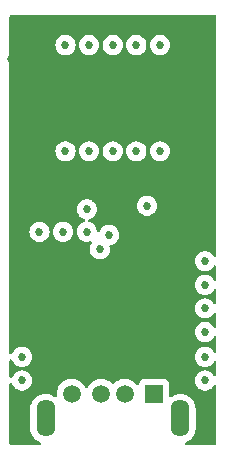
<source format=gbr>
%TF.GenerationSoftware,KiCad,Pcbnew,(6.0.7)*%
%TF.CreationDate,2023-02-07T19:22:30-08:00*%
%TF.ProjectId,ESP_Module,4553505f-4d6f-4647-956c-652e6b696361,rev?*%
%TF.SameCoordinates,Original*%
%TF.FileFunction,Copper,L3,Inr*%
%TF.FilePolarity,Positive*%
%FSLAX46Y46*%
G04 Gerber Fmt 4.6, Leading zero omitted, Abs format (unit mm)*
G04 Created by KiCad (PCBNEW (6.0.7)) date 2023-02-07 19:22:30*
%MOMM*%
%LPD*%
G01*
G04 APERTURE LIST*
%TA.AperFunction,ComponentPad*%
%ADD10R,1.508000X1.508000*%
%TD*%
%TA.AperFunction,ComponentPad*%
%ADD11C,1.508000*%
%TD*%
%TA.AperFunction,ComponentPad*%
%ADD12O,1.575000X3.150000*%
%TD*%
%TA.AperFunction,ViaPad*%
%ADD13C,0.685800*%
%TD*%
G04 APERTURE END LIST*
D10*
%TO.N,+5V*%
%TO.C,J1*%
X160218000Y-100516000D03*
D11*
%TO.N,USB_D-*%
X157718000Y-100516000D03*
%TO.N,USB_D+*%
X155718000Y-100516000D03*
%TO.N,GND*%
X153218000Y-100516000D03*
D12*
X162418000Y-102616000D03*
X151018000Y-102616000D03*
%TD*%
D13*
%TO.N,+3V3*%
X148100000Y-72200000D03*
X161300000Y-91800000D03*
X160000000Y-93100000D03*
X161300000Y-93100000D03*
X153200000Y-97000000D03*
X158600000Y-91800000D03*
X161400000Y-84900000D03*
X160000000Y-91800000D03*
X152600000Y-84900000D03*
X158600000Y-93100000D03*
%TO.N,GND*%
X164500000Y-97400000D03*
X156700000Y-80000000D03*
X154500000Y-86800000D03*
X159600000Y-84600000D03*
X152500000Y-86800000D03*
X149000000Y-97400000D03*
X149000000Y-99400000D03*
X160700000Y-80000000D03*
X154500000Y-84900000D03*
X156700000Y-71000000D03*
X158700000Y-80000000D03*
X164500000Y-99400000D03*
X160700000Y-71000000D03*
X164500000Y-91300000D03*
X152700000Y-80000000D03*
X152700000Y-71000000D03*
X158700000Y-71000000D03*
X154700000Y-80000000D03*
X164500000Y-89300000D03*
X164500000Y-93300000D03*
X164500000Y-95300000D03*
X150500000Y-86800000D03*
X154700000Y-71000000D03*
%TO.N,USB_D+*%
X155600000Y-88300000D03*
%TO.N,USB_D-*%
X156376702Y-87076702D03*
%TD*%
%TA.AperFunction,Conductor*%
%TO.N,+3V3*%
G36*
X165423121Y-68478502D02*
G01*
X165469614Y-68532158D01*
X165481000Y-68584500D01*
X165481000Y-88826104D01*
X165460998Y-88894225D01*
X165407342Y-88940718D01*
X165337068Y-88950822D01*
X165272488Y-88921328D01*
X165245881Y-88889104D01*
X165199116Y-88808105D01*
X165192591Y-88796803D01*
X165072836Y-88663801D01*
X165059245Y-88653926D01*
X164933387Y-88562485D01*
X164933386Y-88562484D01*
X164928045Y-88558604D01*
X164922017Y-88555920D01*
X164922015Y-88555919D01*
X164770577Y-88488495D01*
X164770576Y-88488495D01*
X164764546Y-88485810D01*
X164677016Y-88467205D01*
X164595943Y-88449972D01*
X164595939Y-88449972D01*
X164589486Y-88448600D01*
X164410514Y-88448600D01*
X164404061Y-88449972D01*
X164404057Y-88449972D01*
X164322984Y-88467205D01*
X164235454Y-88485810D01*
X164229424Y-88488495D01*
X164229423Y-88488495D01*
X164077985Y-88555919D01*
X164077983Y-88555920D01*
X164071955Y-88558604D01*
X164066614Y-88562484D01*
X164066613Y-88562485D01*
X163940756Y-88653926D01*
X163927164Y-88663801D01*
X163807409Y-88796803D01*
X163800884Y-88808105D01*
X163726929Y-88936199D01*
X163717923Y-88951797D01*
X163715881Y-88958082D01*
X163665159Y-89114190D01*
X163662618Y-89122009D01*
X163643910Y-89300000D01*
X163662618Y-89477991D01*
X163717923Y-89648203D01*
X163807409Y-89803197D01*
X163927164Y-89936199D01*
X164071955Y-90041396D01*
X164077983Y-90044080D01*
X164077985Y-90044081D01*
X164229423Y-90111505D01*
X164235454Y-90114190D01*
X164322984Y-90132795D01*
X164404057Y-90150028D01*
X164404061Y-90150028D01*
X164410514Y-90151400D01*
X164589486Y-90151400D01*
X164595939Y-90150028D01*
X164595943Y-90150028D01*
X164677016Y-90132795D01*
X164764546Y-90114190D01*
X164770577Y-90111505D01*
X164922015Y-90044081D01*
X164922017Y-90044080D01*
X164928045Y-90041396D01*
X165072836Y-89936199D01*
X165192591Y-89803197D01*
X165245881Y-89710896D01*
X165297263Y-89661903D01*
X165366977Y-89648467D01*
X165432888Y-89674853D01*
X165474070Y-89732685D01*
X165481000Y-89773896D01*
X165481000Y-90826104D01*
X165460998Y-90894225D01*
X165407342Y-90940718D01*
X165337068Y-90950822D01*
X165272488Y-90921328D01*
X165245881Y-90889104D01*
X165195892Y-90802521D01*
X165192591Y-90796803D01*
X165072836Y-90663801D01*
X164928045Y-90558604D01*
X164922017Y-90555920D01*
X164922015Y-90555919D01*
X164770577Y-90488495D01*
X164770576Y-90488495D01*
X164764546Y-90485810D01*
X164677016Y-90467205D01*
X164595943Y-90449972D01*
X164595939Y-90449972D01*
X164589486Y-90448600D01*
X164410514Y-90448600D01*
X164404061Y-90449972D01*
X164404057Y-90449972D01*
X164322984Y-90467205D01*
X164235454Y-90485810D01*
X164229424Y-90488495D01*
X164229423Y-90488495D01*
X164077985Y-90555919D01*
X164077983Y-90555920D01*
X164071955Y-90558604D01*
X163927164Y-90663801D01*
X163807409Y-90796803D01*
X163717923Y-90951797D01*
X163662618Y-91122009D01*
X163643910Y-91300000D01*
X163662618Y-91477991D01*
X163717923Y-91648203D01*
X163807409Y-91803197D01*
X163927164Y-91936199D01*
X164071955Y-92041396D01*
X164077983Y-92044080D01*
X164077985Y-92044081D01*
X164229423Y-92111505D01*
X164235454Y-92114190D01*
X164322984Y-92132795D01*
X164404057Y-92150028D01*
X164404061Y-92150028D01*
X164410514Y-92151400D01*
X164589486Y-92151400D01*
X164595939Y-92150028D01*
X164595943Y-92150028D01*
X164677016Y-92132795D01*
X164764546Y-92114190D01*
X164770577Y-92111505D01*
X164922015Y-92044081D01*
X164922017Y-92044080D01*
X164928045Y-92041396D01*
X165072836Y-91936199D01*
X165192591Y-91803197D01*
X165245881Y-91710896D01*
X165297263Y-91661903D01*
X165366977Y-91648467D01*
X165432888Y-91674853D01*
X165474070Y-91732685D01*
X165481000Y-91773896D01*
X165481000Y-92826104D01*
X165460998Y-92894225D01*
X165407342Y-92940718D01*
X165337068Y-92950822D01*
X165272488Y-92921328D01*
X165245881Y-92889104D01*
X165195892Y-92802521D01*
X165192591Y-92796803D01*
X165072836Y-92663801D01*
X164928045Y-92558604D01*
X164922017Y-92555920D01*
X164922015Y-92555919D01*
X164770577Y-92488495D01*
X164770576Y-92488495D01*
X164764546Y-92485810D01*
X164677016Y-92467205D01*
X164595943Y-92449972D01*
X164595939Y-92449972D01*
X164589486Y-92448600D01*
X164410514Y-92448600D01*
X164404061Y-92449972D01*
X164404057Y-92449972D01*
X164322984Y-92467205D01*
X164235454Y-92485810D01*
X164229424Y-92488495D01*
X164229423Y-92488495D01*
X164077985Y-92555919D01*
X164077983Y-92555920D01*
X164071955Y-92558604D01*
X163927164Y-92663801D01*
X163807409Y-92796803D01*
X163717923Y-92951797D01*
X163662618Y-93122009D01*
X163643910Y-93300000D01*
X163662618Y-93477991D01*
X163717923Y-93648203D01*
X163807409Y-93803197D01*
X163927164Y-93936199D01*
X164071955Y-94041396D01*
X164077983Y-94044080D01*
X164077985Y-94044081D01*
X164229423Y-94111505D01*
X164235454Y-94114190D01*
X164322984Y-94132795D01*
X164404057Y-94150028D01*
X164404061Y-94150028D01*
X164410514Y-94151400D01*
X164589486Y-94151400D01*
X164595939Y-94150028D01*
X164595943Y-94150028D01*
X164677016Y-94132795D01*
X164764546Y-94114190D01*
X164770577Y-94111505D01*
X164922015Y-94044081D01*
X164922017Y-94044080D01*
X164928045Y-94041396D01*
X165072836Y-93936199D01*
X165192591Y-93803197D01*
X165245881Y-93710896D01*
X165297263Y-93661903D01*
X165366977Y-93648467D01*
X165432888Y-93674853D01*
X165474070Y-93732685D01*
X165481000Y-93773896D01*
X165481000Y-94826104D01*
X165460998Y-94894225D01*
X165407342Y-94940718D01*
X165337068Y-94950822D01*
X165272488Y-94921328D01*
X165245881Y-94889104D01*
X165195892Y-94802521D01*
X165192591Y-94796803D01*
X165072836Y-94663801D01*
X164928045Y-94558604D01*
X164922017Y-94555920D01*
X164922015Y-94555919D01*
X164770577Y-94488495D01*
X164770576Y-94488495D01*
X164764546Y-94485810D01*
X164677016Y-94467205D01*
X164595943Y-94449972D01*
X164595939Y-94449972D01*
X164589486Y-94448600D01*
X164410514Y-94448600D01*
X164404061Y-94449972D01*
X164404057Y-94449972D01*
X164322984Y-94467205D01*
X164235454Y-94485810D01*
X164229424Y-94488495D01*
X164229423Y-94488495D01*
X164077985Y-94555919D01*
X164077983Y-94555920D01*
X164071955Y-94558604D01*
X163927164Y-94663801D01*
X163807409Y-94796803D01*
X163717923Y-94951797D01*
X163662618Y-95122009D01*
X163643910Y-95300000D01*
X163662618Y-95477991D01*
X163717923Y-95648203D01*
X163807409Y-95803197D01*
X163927164Y-95936199D01*
X164071955Y-96041396D01*
X164077983Y-96044080D01*
X164077985Y-96044081D01*
X164229423Y-96111505D01*
X164235454Y-96114190D01*
X164322984Y-96132795D01*
X164404057Y-96150028D01*
X164404061Y-96150028D01*
X164410514Y-96151400D01*
X164589486Y-96151400D01*
X164595939Y-96150028D01*
X164595943Y-96150028D01*
X164677016Y-96132795D01*
X164764546Y-96114190D01*
X164770577Y-96111505D01*
X164922015Y-96044081D01*
X164922017Y-96044080D01*
X164928045Y-96041396D01*
X165072836Y-95936199D01*
X165192591Y-95803197D01*
X165245881Y-95710896D01*
X165297263Y-95661903D01*
X165366977Y-95648467D01*
X165432888Y-95674853D01*
X165474070Y-95732685D01*
X165481000Y-95773896D01*
X165481000Y-96926104D01*
X165460998Y-96994225D01*
X165407342Y-97040718D01*
X165337068Y-97050822D01*
X165272488Y-97021328D01*
X165245881Y-96989104D01*
X165195892Y-96902521D01*
X165192591Y-96896803D01*
X165072836Y-96763801D01*
X164928045Y-96658604D01*
X164922017Y-96655920D01*
X164922015Y-96655919D01*
X164770577Y-96588495D01*
X164770576Y-96588495D01*
X164764546Y-96585810D01*
X164677016Y-96567205D01*
X164595943Y-96549972D01*
X164595939Y-96549972D01*
X164589486Y-96548600D01*
X164410514Y-96548600D01*
X164404061Y-96549972D01*
X164404057Y-96549972D01*
X164322984Y-96567205D01*
X164235454Y-96585810D01*
X164229424Y-96588495D01*
X164229423Y-96588495D01*
X164077985Y-96655919D01*
X164077983Y-96655920D01*
X164071955Y-96658604D01*
X163927164Y-96763801D01*
X163807409Y-96896803D01*
X163717923Y-97051797D01*
X163662618Y-97222009D01*
X163643910Y-97400000D01*
X163662618Y-97577991D01*
X163717923Y-97748203D01*
X163807409Y-97903197D01*
X163927164Y-98036199D01*
X164071955Y-98141396D01*
X164077983Y-98144080D01*
X164077985Y-98144081D01*
X164229423Y-98211505D01*
X164235454Y-98214190D01*
X164322984Y-98232795D01*
X164404057Y-98250028D01*
X164404061Y-98250028D01*
X164410514Y-98251400D01*
X164589486Y-98251400D01*
X164595939Y-98250028D01*
X164595943Y-98250028D01*
X164677016Y-98232795D01*
X164764546Y-98214190D01*
X164770577Y-98211505D01*
X164922015Y-98144081D01*
X164922017Y-98144080D01*
X164928045Y-98141396D01*
X165072836Y-98036199D01*
X165192591Y-97903197D01*
X165245881Y-97810896D01*
X165297263Y-97761903D01*
X165366977Y-97748467D01*
X165432888Y-97774853D01*
X165474070Y-97832685D01*
X165481000Y-97873896D01*
X165481000Y-98926104D01*
X165460998Y-98994225D01*
X165407342Y-99040718D01*
X165337068Y-99050822D01*
X165272488Y-99021328D01*
X165245881Y-98989104D01*
X165195892Y-98902521D01*
X165192591Y-98896803D01*
X165072836Y-98763801D01*
X164928045Y-98658604D01*
X164922017Y-98655920D01*
X164922015Y-98655919D01*
X164770577Y-98588495D01*
X164770576Y-98588495D01*
X164764546Y-98585810D01*
X164677016Y-98567205D01*
X164595943Y-98549972D01*
X164595939Y-98549972D01*
X164589486Y-98548600D01*
X164410514Y-98548600D01*
X164404061Y-98549972D01*
X164404057Y-98549972D01*
X164322984Y-98567205D01*
X164235454Y-98585810D01*
X164229424Y-98588495D01*
X164229423Y-98588495D01*
X164077985Y-98655919D01*
X164077983Y-98655920D01*
X164071955Y-98658604D01*
X163927164Y-98763801D01*
X163807409Y-98896803D01*
X163717923Y-99051797D01*
X163662618Y-99222009D01*
X163661928Y-99228572D01*
X163661928Y-99228573D01*
X163657842Y-99267451D01*
X163643910Y-99400000D01*
X163644600Y-99406565D01*
X163646183Y-99421621D01*
X163662618Y-99577991D01*
X163717923Y-99748203D01*
X163721226Y-99753925D01*
X163721227Y-99753926D01*
X163733309Y-99774853D01*
X163807409Y-99903197D01*
X163811827Y-99908104D01*
X163811828Y-99908105D01*
X163910504Y-100017696D01*
X163927164Y-100036199D01*
X163932506Y-100040080D01*
X163932508Y-100040082D01*
X163998269Y-100087860D01*
X164071955Y-100141396D01*
X164077983Y-100144080D01*
X164077985Y-100144081D01*
X164229423Y-100211505D01*
X164235454Y-100214190D01*
X164322984Y-100232795D01*
X164404057Y-100250028D01*
X164404061Y-100250028D01*
X164410514Y-100251400D01*
X164589486Y-100251400D01*
X164595939Y-100250028D01*
X164595943Y-100250028D01*
X164677016Y-100232795D01*
X164764546Y-100214190D01*
X164770577Y-100211505D01*
X164922015Y-100144081D01*
X164922017Y-100144080D01*
X164928045Y-100141396D01*
X165001731Y-100087860D01*
X165067492Y-100040082D01*
X165067494Y-100040080D01*
X165072836Y-100036199D01*
X165089496Y-100017696D01*
X165188172Y-99908105D01*
X165188173Y-99908104D01*
X165192591Y-99903197D01*
X165245881Y-99810896D01*
X165297263Y-99761903D01*
X165366977Y-99748467D01*
X165432888Y-99774853D01*
X165474070Y-99832685D01*
X165481000Y-99873896D01*
X165481000Y-104735500D01*
X165460998Y-104803621D01*
X165407342Y-104850114D01*
X165355000Y-104861500D01*
X162926257Y-104861500D01*
X162858136Y-104841498D01*
X162811643Y-104787842D01*
X162801539Y-104717568D01*
X162831033Y-104652988D01*
X162873007Y-104621305D01*
X163063488Y-104532483D01*
X163063495Y-104532479D01*
X163068475Y-104530157D01*
X163172380Y-104457402D01*
X163249724Y-104403245D01*
X163249727Y-104403243D01*
X163254235Y-104400086D01*
X163414586Y-104239735D01*
X163544657Y-104053975D01*
X163546980Y-104048993D01*
X163546983Y-104048988D01*
X163638169Y-103853436D01*
X163640494Y-103848451D01*
X163699187Y-103629408D01*
X163709385Y-103512841D01*
X163713762Y-103462816D01*
X163713762Y-103462807D01*
X163714000Y-103460091D01*
X163714000Y-101771909D01*
X163713315Y-101764070D01*
X163699666Y-101608069D01*
X163699187Y-101602592D01*
X163640494Y-101383549D01*
X163595648Y-101287376D01*
X163546983Y-101183012D01*
X163546980Y-101183007D01*
X163544657Y-101178025D01*
X163414586Y-100992265D01*
X163254235Y-100831914D01*
X163197337Y-100792073D01*
X163072980Y-100704996D01*
X163072974Y-100704992D01*
X163068476Y-100701843D01*
X162862951Y-100606006D01*
X162857647Y-100604585D01*
X162857642Y-100604583D01*
X162708260Y-100564556D01*
X162643908Y-100547313D01*
X162418000Y-100527549D01*
X162192092Y-100547313D01*
X161973049Y-100606006D01*
X161876876Y-100650852D01*
X161772512Y-100699517D01*
X161772509Y-100699519D01*
X161767525Y-100701843D01*
X161763017Y-100704999D01*
X161763011Y-100705003D01*
X161678770Y-100763989D01*
X161611496Y-100786677D01*
X161542636Y-100769392D01*
X161494052Y-100717622D01*
X161480500Y-100660776D01*
X161480500Y-99713866D01*
X161473745Y-99651684D01*
X161422615Y-99515295D01*
X161335261Y-99398739D01*
X161218705Y-99311385D01*
X161082316Y-99260255D01*
X161020134Y-99253500D01*
X159415866Y-99253500D01*
X159353684Y-99260255D01*
X159217295Y-99311385D01*
X159100739Y-99398739D01*
X159013385Y-99515295D01*
X158962255Y-99651684D01*
X158957484Y-99695605D01*
X158957061Y-99699499D01*
X158929820Y-99765061D01*
X158871457Y-99805488D01*
X158800503Y-99807944D01*
X158739485Y-99771649D01*
X158728585Y-99758162D01*
X158699961Y-99717283D01*
X158688826Y-99701380D01*
X158532620Y-99545174D01*
X158528112Y-99542017D01*
X158528109Y-99542015D01*
X158356171Y-99421623D01*
X158356168Y-99421621D01*
X158351662Y-99418466D01*
X158346680Y-99416143D01*
X158346675Y-99416140D01*
X158156432Y-99327429D01*
X158156431Y-99327429D01*
X158151450Y-99325106D01*
X158146142Y-99323684D01*
X158146140Y-99323683D01*
X158080748Y-99306161D01*
X157938068Y-99267930D01*
X157718000Y-99248677D01*
X157497932Y-99267930D01*
X157355252Y-99306161D01*
X157289860Y-99323683D01*
X157289858Y-99323684D01*
X157284550Y-99325106D01*
X157279569Y-99327428D01*
X157279568Y-99327429D01*
X157089320Y-99416143D01*
X157089317Y-99416145D01*
X157084339Y-99418466D01*
X156903380Y-99545174D01*
X156807095Y-99641459D01*
X156744783Y-99675485D01*
X156673968Y-99670420D01*
X156628905Y-99641459D01*
X156532620Y-99545174D01*
X156528112Y-99542017D01*
X156528109Y-99542015D01*
X156356171Y-99421623D01*
X156356168Y-99421621D01*
X156351662Y-99418466D01*
X156346680Y-99416143D01*
X156346675Y-99416140D01*
X156156432Y-99327429D01*
X156156431Y-99327429D01*
X156151450Y-99325106D01*
X156146142Y-99323684D01*
X156146140Y-99323683D01*
X156080748Y-99306161D01*
X155938068Y-99267930D01*
X155718000Y-99248677D01*
X155497932Y-99267930D01*
X155355252Y-99306161D01*
X155289860Y-99323683D01*
X155289858Y-99323684D01*
X155284550Y-99325106D01*
X155279569Y-99327428D01*
X155279568Y-99327429D01*
X155089320Y-99416143D01*
X155089317Y-99416145D01*
X155084339Y-99418466D01*
X154903380Y-99545174D01*
X154747174Y-99701380D01*
X154620466Y-99882339D01*
X154618145Y-99887317D01*
X154618143Y-99887320D01*
X154582195Y-99964411D01*
X154535277Y-100017696D01*
X154467000Y-100037157D01*
X154399040Y-100016615D01*
X154353805Y-99964411D01*
X154317857Y-99887320D01*
X154317855Y-99887317D01*
X154315534Y-99882339D01*
X154188826Y-99701380D01*
X154032620Y-99545174D01*
X154028112Y-99542017D01*
X154028109Y-99542015D01*
X153856171Y-99421623D01*
X153856168Y-99421621D01*
X153851662Y-99418466D01*
X153846680Y-99416143D01*
X153846675Y-99416140D01*
X153656432Y-99327429D01*
X153656431Y-99327429D01*
X153651450Y-99325106D01*
X153646142Y-99323684D01*
X153646140Y-99323683D01*
X153580748Y-99306161D01*
X153438068Y-99267930D01*
X153218000Y-99248677D01*
X152997932Y-99267930D01*
X152855252Y-99306161D01*
X152789860Y-99323683D01*
X152789858Y-99323684D01*
X152784550Y-99325106D01*
X152779569Y-99327428D01*
X152779568Y-99327429D01*
X152589320Y-99416143D01*
X152589317Y-99416145D01*
X152584339Y-99418466D01*
X152403380Y-99545174D01*
X152247174Y-99701380D01*
X152120466Y-99882339D01*
X152118145Y-99887317D01*
X152118143Y-99887320D01*
X152108451Y-99908105D01*
X152027106Y-100082550D01*
X151969930Y-100295932D01*
X151950677Y-100516000D01*
X151958552Y-100606006D01*
X151962863Y-100655285D01*
X151948874Y-100724890D01*
X151899474Y-100775883D01*
X151830348Y-100792073D01*
X151765071Y-100769480D01*
X151672980Y-100704996D01*
X151672974Y-100704992D01*
X151668476Y-100701843D01*
X151462951Y-100606006D01*
X151457647Y-100604585D01*
X151457642Y-100604583D01*
X151308260Y-100564556D01*
X151243908Y-100547313D01*
X151018000Y-100527549D01*
X150792092Y-100547313D01*
X150573049Y-100606006D01*
X150476876Y-100650852D01*
X150372512Y-100699517D01*
X150372509Y-100699519D01*
X150367525Y-100701843D01*
X150334611Y-100724890D01*
X150186276Y-100828755D01*
X150186273Y-100828757D01*
X150181765Y-100831914D01*
X150021414Y-100992265D01*
X149891343Y-101178025D01*
X149889020Y-101183007D01*
X149889017Y-101183012D01*
X149840352Y-101287376D01*
X149795506Y-101383549D01*
X149736813Y-101602592D01*
X149736334Y-101608069D01*
X149722686Y-101764070D01*
X149722000Y-101771909D01*
X149722000Y-103460091D01*
X149722238Y-103462807D01*
X149722238Y-103462816D01*
X149726615Y-103512841D01*
X149736813Y-103629408D01*
X149795506Y-103848451D01*
X149797831Y-103853436D01*
X149889017Y-104048988D01*
X149889020Y-104048993D01*
X149891343Y-104053975D01*
X150021414Y-104239735D01*
X150181765Y-104400086D01*
X150186274Y-104403243D01*
X150186276Y-104403245D01*
X150363020Y-104527004D01*
X150363026Y-104527008D01*
X150367524Y-104530157D01*
X150562995Y-104621306D01*
X150616279Y-104668222D01*
X150635740Y-104736499D01*
X150615198Y-104804459D01*
X150561176Y-104850525D01*
X150509744Y-104861500D01*
X148081000Y-104861500D01*
X148012879Y-104841498D01*
X147966386Y-104787842D01*
X147955000Y-104735500D01*
X147955000Y-99734541D01*
X147975002Y-99666420D01*
X148028658Y-99619927D01*
X148098932Y-99609823D01*
X148163512Y-99639317D01*
X148200833Y-99695605D01*
X148217923Y-99748203D01*
X148221226Y-99753925D01*
X148221227Y-99753926D01*
X148233309Y-99774853D01*
X148307409Y-99903197D01*
X148311827Y-99908104D01*
X148311828Y-99908105D01*
X148410504Y-100017696D01*
X148427164Y-100036199D01*
X148432506Y-100040080D01*
X148432508Y-100040082D01*
X148498269Y-100087860D01*
X148571955Y-100141396D01*
X148577983Y-100144080D01*
X148577985Y-100144081D01*
X148729423Y-100211505D01*
X148735454Y-100214190D01*
X148822984Y-100232795D01*
X148904057Y-100250028D01*
X148904061Y-100250028D01*
X148910514Y-100251400D01*
X149089486Y-100251400D01*
X149095939Y-100250028D01*
X149095943Y-100250028D01*
X149177016Y-100232795D01*
X149264546Y-100214190D01*
X149270577Y-100211505D01*
X149422015Y-100144081D01*
X149422017Y-100144080D01*
X149428045Y-100141396D01*
X149501731Y-100087860D01*
X149567492Y-100040082D01*
X149567494Y-100040080D01*
X149572836Y-100036199D01*
X149589496Y-100017696D01*
X149688172Y-99908105D01*
X149688173Y-99908104D01*
X149692591Y-99903197D01*
X149766691Y-99774853D01*
X149778773Y-99753926D01*
X149778774Y-99753925D01*
X149782077Y-99748203D01*
X149837382Y-99577991D01*
X149853818Y-99421621D01*
X149855400Y-99406565D01*
X149856090Y-99400000D01*
X149842158Y-99267451D01*
X149838072Y-99228573D01*
X149838072Y-99228572D01*
X149837382Y-99222009D01*
X149782077Y-99051797D01*
X149692591Y-98896803D01*
X149572836Y-98763801D01*
X149428045Y-98658604D01*
X149422017Y-98655920D01*
X149422015Y-98655919D01*
X149270577Y-98588495D01*
X149270576Y-98588495D01*
X149264546Y-98585810D01*
X149177016Y-98567205D01*
X149095943Y-98549972D01*
X149095939Y-98549972D01*
X149089486Y-98548600D01*
X148910514Y-98548600D01*
X148904061Y-98549972D01*
X148904057Y-98549972D01*
X148822984Y-98567205D01*
X148735454Y-98585810D01*
X148729424Y-98588495D01*
X148729423Y-98588495D01*
X148577985Y-98655919D01*
X148577983Y-98655920D01*
X148571955Y-98658604D01*
X148427164Y-98763801D01*
X148307409Y-98896803D01*
X148217923Y-99051797D01*
X148215881Y-99058082D01*
X148200833Y-99104395D01*
X148160760Y-99163001D01*
X148095363Y-99190638D01*
X148025406Y-99178531D01*
X147973100Y-99130525D01*
X147955000Y-99065459D01*
X147955000Y-97734541D01*
X147975002Y-97666420D01*
X148028658Y-97619927D01*
X148098932Y-97609823D01*
X148163512Y-97639317D01*
X148200833Y-97695605D01*
X148217923Y-97748203D01*
X148307409Y-97903197D01*
X148427164Y-98036199D01*
X148571955Y-98141396D01*
X148577983Y-98144080D01*
X148577985Y-98144081D01*
X148729423Y-98211505D01*
X148735454Y-98214190D01*
X148822984Y-98232795D01*
X148904057Y-98250028D01*
X148904061Y-98250028D01*
X148910514Y-98251400D01*
X149089486Y-98251400D01*
X149095939Y-98250028D01*
X149095943Y-98250028D01*
X149177016Y-98232795D01*
X149264546Y-98214190D01*
X149270577Y-98211505D01*
X149422015Y-98144081D01*
X149422017Y-98144080D01*
X149428045Y-98141396D01*
X149572836Y-98036199D01*
X149692591Y-97903197D01*
X149782077Y-97748203D01*
X149837382Y-97577991D01*
X149856090Y-97400000D01*
X149837382Y-97222009D01*
X149782077Y-97051797D01*
X149692591Y-96896803D01*
X149572836Y-96763801D01*
X149428045Y-96658604D01*
X149422017Y-96655920D01*
X149422015Y-96655919D01*
X149270577Y-96588495D01*
X149270576Y-96588495D01*
X149264546Y-96585810D01*
X149177016Y-96567205D01*
X149095943Y-96549972D01*
X149095939Y-96549972D01*
X149089486Y-96548600D01*
X148910514Y-96548600D01*
X148904061Y-96549972D01*
X148904057Y-96549972D01*
X148822984Y-96567205D01*
X148735454Y-96585810D01*
X148729424Y-96588495D01*
X148729423Y-96588495D01*
X148577985Y-96655919D01*
X148577983Y-96655920D01*
X148571955Y-96658604D01*
X148427164Y-96763801D01*
X148307409Y-96896803D01*
X148217923Y-97051797D01*
X148215881Y-97058082D01*
X148200833Y-97104395D01*
X148160760Y-97163001D01*
X148095363Y-97190638D01*
X148025406Y-97178531D01*
X147973100Y-97130525D01*
X147955000Y-97065459D01*
X147955000Y-86800000D01*
X149643910Y-86800000D01*
X149662618Y-86977991D01*
X149717923Y-87148203D01*
X149807409Y-87303197D01*
X149811827Y-87308104D01*
X149811828Y-87308105D01*
X149911336Y-87418620D01*
X149927164Y-87436199D01*
X149932506Y-87440080D01*
X149932508Y-87440082D01*
X149996536Y-87486601D01*
X150071955Y-87541396D01*
X150077983Y-87544080D01*
X150077985Y-87544081D01*
X150169458Y-87584807D01*
X150235454Y-87614190D01*
X150322984Y-87632795D01*
X150404057Y-87650028D01*
X150404061Y-87650028D01*
X150410514Y-87651400D01*
X150589486Y-87651400D01*
X150595939Y-87650028D01*
X150595943Y-87650028D01*
X150677016Y-87632795D01*
X150764546Y-87614190D01*
X150830542Y-87584807D01*
X150922015Y-87544081D01*
X150922017Y-87544080D01*
X150928045Y-87541396D01*
X151003464Y-87486601D01*
X151067492Y-87440082D01*
X151067494Y-87440080D01*
X151072836Y-87436199D01*
X151088664Y-87418620D01*
X151188172Y-87308105D01*
X151188173Y-87308104D01*
X151192591Y-87303197D01*
X151282077Y-87148203D01*
X151337382Y-86977991D01*
X151356090Y-86800000D01*
X151643910Y-86800000D01*
X151662618Y-86977991D01*
X151717923Y-87148203D01*
X151807409Y-87303197D01*
X151811827Y-87308104D01*
X151811828Y-87308105D01*
X151911336Y-87418620D01*
X151927164Y-87436199D01*
X151932506Y-87440080D01*
X151932508Y-87440082D01*
X151996536Y-87486601D01*
X152071955Y-87541396D01*
X152077983Y-87544080D01*
X152077985Y-87544081D01*
X152169458Y-87584807D01*
X152235454Y-87614190D01*
X152322984Y-87632795D01*
X152404057Y-87650028D01*
X152404061Y-87650028D01*
X152410514Y-87651400D01*
X152589486Y-87651400D01*
X152595939Y-87650028D01*
X152595943Y-87650028D01*
X152677016Y-87632795D01*
X152764546Y-87614190D01*
X152830542Y-87584807D01*
X152922015Y-87544081D01*
X152922017Y-87544080D01*
X152928045Y-87541396D01*
X153003464Y-87486601D01*
X153067492Y-87440082D01*
X153067494Y-87440080D01*
X153072836Y-87436199D01*
X153088664Y-87418620D01*
X153188172Y-87308105D01*
X153188173Y-87308104D01*
X153192591Y-87303197D01*
X153282077Y-87148203D01*
X153337382Y-86977991D01*
X153356090Y-86800000D01*
X153643910Y-86800000D01*
X153662618Y-86977991D01*
X153717923Y-87148203D01*
X153807409Y-87303197D01*
X153811827Y-87308104D01*
X153811828Y-87308105D01*
X153911336Y-87418620D01*
X153927164Y-87436199D01*
X153932506Y-87440080D01*
X153932508Y-87440082D01*
X153996536Y-87486601D01*
X154071955Y-87541396D01*
X154077983Y-87544080D01*
X154077985Y-87544081D01*
X154169458Y-87584807D01*
X154235454Y-87614190D01*
X154322984Y-87632795D01*
X154404057Y-87650028D01*
X154404061Y-87650028D01*
X154410514Y-87651400D01*
X154589486Y-87651400D01*
X154595939Y-87650028D01*
X154595943Y-87650028D01*
X154758097Y-87615561D01*
X154758099Y-87615560D01*
X154758773Y-87615417D01*
X154758775Y-87615417D01*
X154764546Y-87614190D01*
X154764770Y-87615246D01*
X154829485Y-87613399D01*
X154890282Y-87650063D01*
X154921605Y-87713776D01*
X154913510Y-87784310D01*
X154906569Y-87798258D01*
X154853087Y-87890892D01*
X154817923Y-87951797D01*
X154762618Y-88122009D01*
X154743910Y-88300000D01*
X154762618Y-88477991D01*
X154764658Y-88484269D01*
X154764658Y-88484270D01*
X154766031Y-88488495D01*
X154817923Y-88648203D01*
X154821226Y-88653925D01*
X154821227Y-88653926D01*
X154829764Y-88668712D01*
X154907409Y-88803197D01*
X154911827Y-88808104D01*
X154911828Y-88808105D01*
X155013774Y-88921328D01*
X155027164Y-88936199D01*
X155032506Y-88940080D01*
X155032508Y-88940082D01*
X155057283Y-88958082D01*
X155171955Y-89041396D01*
X155177983Y-89044080D01*
X155177985Y-89044081D01*
X155329423Y-89111505D01*
X155335454Y-89114190D01*
X155422984Y-89132795D01*
X155504057Y-89150028D01*
X155504061Y-89150028D01*
X155510514Y-89151400D01*
X155689486Y-89151400D01*
X155695939Y-89150028D01*
X155695943Y-89150028D01*
X155777016Y-89132795D01*
X155864546Y-89114190D01*
X155870577Y-89111505D01*
X156022015Y-89044081D01*
X156022017Y-89044080D01*
X156028045Y-89041396D01*
X156142717Y-88958082D01*
X156167492Y-88940082D01*
X156167494Y-88940080D01*
X156172836Y-88936199D01*
X156186226Y-88921328D01*
X156288172Y-88808105D01*
X156288173Y-88808104D01*
X156292591Y-88803197D01*
X156370236Y-88668712D01*
X156378773Y-88653926D01*
X156378774Y-88653925D01*
X156382077Y-88648203D01*
X156433969Y-88488495D01*
X156435342Y-88484270D01*
X156435342Y-88484269D01*
X156437382Y-88477991D01*
X156456090Y-88300000D01*
X156437382Y-88122009D01*
X156423552Y-88079444D01*
X156421524Y-88008478D01*
X156458187Y-87947680D01*
X156517188Y-87917262D01*
X156566461Y-87906788D01*
X156641248Y-87890892D01*
X156647279Y-87888207D01*
X156798717Y-87820783D01*
X156798719Y-87820782D01*
X156804747Y-87818098D01*
X156810089Y-87814217D01*
X156944194Y-87716784D01*
X156944196Y-87716782D01*
X156949538Y-87712901D01*
X157037467Y-87615246D01*
X157064874Y-87584807D01*
X157064875Y-87584806D01*
X157069293Y-87579899D01*
X157150017Y-87440082D01*
X157155475Y-87430628D01*
X157155476Y-87430627D01*
X157158779Y-87424905D01*
X157194265Y-87315690D01*
X157212044Y-87260972D01*
X157212044Y-87260971D01*
X157214084Y-87254693D01*
X157232792Y-87076702D01*
X157214084Y-86898711D01*
X157158779Y-86728499D01*
X157069293Y-86573505D01*
X156949538Y-86440503D01*
X156804747Y-86335306D01*
X156798719Y-86332622D01*
X156798717Y-86332621D01*
X156647279Y-86265197D01*
X156647278Y-86265197D01*
X156641248Y-86262512D01*
X156553718Y-86243907D01*
X156472645Y-86226674D01*
X156472641Y-86226674D01*
X156466188Y-86225302D01*
X156287216Y-86225302D01*
X156280763Y-86226674D01*
X156280759Y-86226674D01*
X156199686Y-86243907D01*
X156112156Y-86262512D01*
X156106126Y-86265197D01*
X156106125Y-86265197D01*
X155954687Y-86332621D01*
X155954685Y-86332622D01*
X155948657Y-86335306D01*
X155803866Y-86440503D01*
X155684111Y-86573505D01*
X155594625Y-86728499D01*
X155592585Y-86734779D01*
X155592580Y-86734789D01*
X155591891Y-86736911D01*
X155591160Y-86737980D01*
X155589899Y-86740812D01*
X155589381Y-86740581D01*
X155551815Y-86795515D01*
X155486418Y-86823149D01*
X155416461Y-86811040D01*
X155364157Y-86763031D01*
X155346750Y-86711140D01*
X155338072Y-86628574D01*
X155338072Y-86628573D01*
X155337382Y-86622009D01*
X155320028Y-86568597D01*
X155284119Y-86458082D01*
X155282077Y-86451797D01*
X155275557Y-86440503D01*
X155214821Y-86335306D01*
X155192591Y-86296803D01*
X155161716Y-86262512D01*
X155077258Y-86168712D01*
X155077257Y-86168711D01*
X155072836Y-86163801D01*
X154928045Y-86058604D01*
X154922017Y-86055920D01*
X154922015Y-86055919D01*
X154770577Y-85988495D01*
X154770576Y-85988495D01*
X154764546Y-85985810D01*
X154705441Y-85973247D01*
X154642968Y-85939519D01*
X154608646Y-85877369D01*
X154613374Y-85806530D01*
X154655649Y-85749493D01*
X154705441Y-85726753D01*
X154764546Y-85714190D01*
X154770577Y-85711505D01*
X154922015Y-85644081D01*
X154922017Y-85644080D01*
X154928045Y-85641396D01*
X155072836Y-85536199D01*
X155149189Y-85451400D01*
X155188172Y-85408105D01*
X155188173Y-85408104D01*
X155192591Y-85403197D01*
X155282077Y-85248203D01*
X155305011Y-85177620D01*
X155335342Y-85084270D01*
X155335342Y-85084269D01*
X155337382Y-85077991D01*
X155356090Y-84900000D01*
X155337382Y-84722009D01*
X155297739Y-84600000D01*
X158743910Y-84600000D01*
X158762618Y-84777991D01*
X158817923Y-84948203D01*
X158907409Y-85103197D01*
X159027164Y-85236199D01*
X159032506Y-85240080D01*
X159032508Y-85240082D01*
X159043686Y-85248203D01*
X159171955Y-85341396D01*
X159177983Y-85344080D01*
X159177985Y-85344081D01*
X159329423Y-85411505D01*
X159335454Y-85414190D01*
X159422984Y-85432795D01*
X159504057Y-85450028D01*
X159504061Y-85450028D01*
X159510514Y-85451400D01*
X159689486Y-85451400D01*
X159695939Y-85450028D01*
X159695943Y-85450028D01*
X159777016Y-85432795D01*
X159864546Y-85414190D01*
X159870577Y-85411505D01*
X160022015Y-85344081D01*
X160022017Y-85344080D01*
X160028045Y-85341396D01*
X160156314Y-85248203D01*
X160167492Y-85240082D01*
X160167494Y-85240080D01*
X160172836Y-85236199D01*
X160292591Y-85103197D01*
X160382077Y-84948203D01*
X160437382Y-84777991D01*
X160456090Y-84600000D01*
X160437382Y-84422009D01*
X160427598Y-84391895D01*
X160384119Y-84258082D01*
X160382077Y-84251797D01*
X160292591Y-84096803D01*
X160285111Y-84088495D01*
X160177258Y-83968712D01*
X160177257Y-83968711D01*
X160172836Y-83963801D01*
X160028045Y-83858604D01*
X160022017Y-83855920D01*
X160022015Y-83855919D01*
X159870577Y-83788495D01*
X159870576Y-83788495D01*
X159864546Y-83785810D01*
X159777016Y-83767205D01*
X159695943Y-83749972D01*
X159695939Y-83749972D01*
X159689486Y-83748600D01*
X159510514Y-83748600D01*
X159504061Y-83749972D01*
X159504057Y-83749972D01*
X159422984Y-83767205D01*
X159335454Y-83785810D01*
X159329424Y-83788495D01*
X159329423Y-83788495D01*
X159177985Y-83855919D01*
X159177983Y-83855920D01*
X159171955Y-83858604D01*
X159027164Y-83963801D01*
X159022743Y-83968711D01*
X159022742Y-83968712D01*
X158914890Y-84088495D01*
X158907409Y-84096803D01*
X158817923Y-84251797D01*
X158815881Y-84258082D01*
X158772403Y-84391895D01*
X158762618Y-84422009D01*
X158743910Y-84600000D01*
X155297739Y-84600000D01*
X155282077Y-84551797D01*
X155192591Y-84396803D01*
X155072836Y-84263801D01*
X155064965Y-84258082D01*
X154933387Y-84162485D01*
X154933386Y-84162484D01*
X154928045Y-84158604D01*
X154922017Y-84155920D01*
X154922015Y-84155919D01*
X154770577Y-84088495D01*
X154770576Y-84088495D01*
X154764546Y-84085810D01*
X154677016Y-84067205D01*
X154595943Y-84049972D01*
X154595939Y-84049972D01*
X154589486Y-84048600D01*
X154410514Y-84048600D01*
X154404061Y-84049972D01*
X154404057Y-84049972D01*
X154322984Y-84067205D01*
X154235454Y-84085810D01*
X154229424Y-84088495D01*
X154229423Y-84088495D01*
X154077985Y-84155919D01*
X154077983Y-84155920D01*
X154071955Y-84158604D01*
X154066614Y-84162484D01*
X154066613Y-84162485D01*
X153935036Y-84258082D01*
X153927164Y-84263801D01*
X153807409Y-84396803D01*
X153717923Y-84551797D01*
X153662618Y-84722009D01*
X153643910Y-84900000D01*
X153662618Y-85077991D01*
X153664658Y-85084269D01*
X153664658Y-85084270D01*
X153694989Y-85177620D01*
X153717923Y-85248203D01*
X153807409Y-85403197D01*
X153811827Y-85408104D01*
X153811828Y-85408105D01*
X153850811Y-85451400D01*
X153927164Y-85536199D01*
X154071955Y-85641396D01*
X154077983Y-85644080D01*
X154077985Y-85644081D01*
X154229423Y-85711505D01*
X154235454Y-85714190D01*
X154294559Y-85726753D01*
X154357032Y-85760481D01*
X154391354Y-85822631D01*
X154386626Y-85893470D01*
X154344351Y-85950507D01*
X154294559Y-85973247D01*
X154235454Y-85985810D01*
X154229424Y-85988495D01*
X154229423Y-85988495D01*
X154077985Y-86055919D01*
X154077983Y-86055920D01*
X154071955Y-86058604D01*
X153927164Y-86163801D01*
X153922743Y-86168711D01*
X153922742Y-86168712D01*
X153838285Y-86262512D01*
X153807409Y-86296803D01*
X153785179Y-86335306D01*
X153724444Y-86440503D01*
X153717923Y-86451797D01*
X153715881Y-86458082D01*
X153679973Y-86568597D01*
X153662618Y-86622009D01*
X153643910Y-86800000D01*
X153356090Y-86800000D01*
X153337382Y-86622009D01*
X153320028Y-86568597D01*
X153284119Y-86458082D01*
X153282077Y-86451797D01*
X153275557Y-86440503D01*
X153214821Y-86335306D01*
X153192591Y-86296803D01*
X153161716Y-86262512D01*
X153077258Y-86168712D01*
X153077257Y-86168711D01*
X153072836Y-86163801D01*
X152928045Y-86058604D01*
X152922017Y-86055920D01*
X152922015Y-86055919D01*
X152770577Y-85988495D01*
X152770576Y-85988495D01*
X152764546Y-85985810D01*
X152677016Y-85967205D01*
X152595943Y-85949972D01*
X152595939Y-85949972D01*
X152589486Y-85948600D01*
X152410514Y-85948600D01*
X152404061Y-85949972D01*
X152404057Y-85949972D01*
X152322984Y-85967205D01*
X152235454Y-85985810D01*
X152229424Y-85988495D01*
X152229423Y-85988495D01*
X152077985Y-86055919D01*
X152077983Y-86055920D01*
X152071955Y-86058604D01*
X151927164Y-86163801D01*
X151922743Y-86168711D01*
X151922742Y-86168712D01*
X151838285Y-86262512D01*
X151807409Y-86296803D01*
X151785179Y-86335306D01*
X151724444Y-86440503D01*
X151717923Y-86451797D01*
X151715881Y-86458082D01*
X151679973Y-86568597D01*
X151662618Y-86622009D01*
X151643910Y-86800000D01*
X151356090Y-86800000D01*
X151337382Y-86622009D01*
X151320028Y-86568597D01*
X151284119Y-86458082D01*
X151282077Y-86451797D01*
X151275557Y-86440503D01*
X151214821Y-86335306D01*
X151192591Y-86296803D01*
X151161716Y-86262512D01*
X151077258Y-86168712D01*
X151077257Y-86168711D01*
X151072836Y-86163801D01*
X150928045Y-86058604D01*
X150922017Y-86055920D01*
X150922015Y-86055919D01*
X150770577Y-85988495D01*
X150770576Y-85988495D01*
X150764546Y-85985810D01*
X150677016Y-85967205D01*
X150595943Y-85949972D01*
X150595939Y-85949972D01*
X150589486Y-85948600D01*
X150410514Y-85948600D01*
X150404061Y-85949972D01*
X150404057Y-85949972D01*
X150322984Y-85967205D01*
X150235454Y-85985810D01*
X150229424Y-85988495D01*
X150229423Y-85988495D01*
X150077985Y-86055919D01*
X150077983Y-86055920D01*
X150071955Y-86058604D01*
X149927164Y-86163801D01*
X149922743Y-86168711D01*
X149922742Y-86168712D01*
X149838285Y-86262512D01*
X149807409Y-86296803D01*
X149785179Y-86335306D01*
X149724444Y-86440503D01*
X149717923Y-86451797D01*
X149715881Y-86458082D01*
X149679973Y-86568597D01*
X149662618Y-86622009D01*
X149643910Y-86800000D01*
X147955000Y-86800000D01*
X147955000Y-80000000D01*
X151843910Y-80000000D01*
X151862618Y-80177991D01*
X151917923Y-80348203D01*
X152007409Y-80503197D01*
X152127164Y-80636199D01*
X152271955Y-80741396D01*
X152277983Y-80744080D01*
X152277985Y-80744081D01*
X152429423Y-80811505D01*
X152435454Y-80814190D01*
X152522984Y-80832795D01*
X152604057Y-80850028D01*
X152604061Y-80850028D01*
X152610514Y-80851400D01*
X152789486Y-80851400D01*
X152795939Y-80850028D01*
X152795943Y-80850028D01*
X152877016Y-80832795D01*
X152964546Y-80814190D01*
X152970577Y-80811505D01*
X153122015Y-80744081D01*
X153122017Y-80744080D01*
X153128045Y-80741396D01*
X153272836Y-80636199D01*
X153392591Y-80503197D01*
X153482077Y-80348203D01*
X153537382Y-80177991D01*
X153556090Y-80000000D01*
X153843910Y-80000000D01*
X153862618Y-80177991D01*
X153917923Y-80348203D01*
X154007409Y-80503197D01*
X154127164Y-80636199D01*
X154271955Y-80741396D01*
X154277983Y-80744080D01*
X154277985Y-80744081D01*
X154429423Y-80811505D01*
X154435454Y-80814190D01*
X154522984Y-80832795D01*
X154604057Y-80850028D01*
X154604061Y-80850028D01*
X154610514Y-80851400D01*
X154789486Y-80851400D01*
X154795939Y-80850028D01*
X154795943Y-80850028D01*
X154877016Y-80832795D01*
X154964546Y-80814190D01*
X154970577Y-80811505D01*
X155122015Y-80744081D01*
X155122017Y-80744080D01*
X155128045Y-80741396D01*
X155272836Y-80636199D01*
X155392591Y-80503197D01*
X155482077Y-80348203D01*
X155537382Y-80177991D01*
X155556090Y-80000000D01*
X155843910Y-80000000D01*
X155862618Y-80177991D01*
X155917923Y-80348203D01*
X156007409Y-80503197D01*
X156127164Y-80636199D01*
X156271955Y-80741396D01*
X156277983Y-80744080D01*
X156277985Y-80744081D01*
X156429423Y-80811505D01*
X156435454Y-80814190D01*
X156522984Y-80832795D01*
X156604057Y-80850028D01*
X156604061Y-80850028D01*
X156610514Y-80851400D01*
X156789486Y-80851400D01*
X156795939Y-80850028D01*
X156795943Y-80850028D01*
X156877016Y-80832795D01*
X156964546Y-80814190D01*
X156970577Y-80811505D01*
X157122015Y-80744081D01*
X157122017Y-80744080D01*
X157128045Y-80741396D01*
X157272836Y-80636199D01*
X157392591Y-80503197D01*
X157482077Y-80348203D01*
X157537382Y-80177991D01*
X157556090Y-80000000D01*
X157843910Y-80000000D01*
X157862618Y-80177991D01*
X157917923Y-80348203D01*
X158007409Y-80503197D01*
X158127164Y-80636199D01*
X158271955Y-80741396D01*
X158277983Y-80744080D01*
X158277985Y-80744081D01*
X158429423Y-80811505D01*
X158435454Y-80814190D01*
X158522984Y-80832795D01*
X158604057Y-80850028D01*
X158604061Y-80850028D01*
X158610514Y-80851400D01*
X158789486Y-80851400D01*
X158795939Y-80850028D01*
X158795943Y-80850028D01*
X158877016Y-80832795D01*
X158964546Y-80814190D01*
X158970577Y-80811505D01*
X159122015Y-80744081D01*
X159122017Y-80744080D01*
X159128045Y-80741396D01*
X159272836Y-80636199D01*
X159392591Y-80503197D01*
X159482077Y-80348203D01*
X159537382Y-80177991D01*
X159556090Y-80000000D01*
X159843910Y-80000000D01*
X159862618Y-80177991D01*
X159917923Y-80348203D01*
X160007409Y-80503197D01*
X160127164Y-80636199D01*
X160271955Y-80741396D01*
X160277983Y-80744080D01*
X160277985Y-80744081D01*
X160429423Y-80811505D01*
X160435454Y-80814190D01*
X160522984Y-80832795D01*
X160604057Y-80850028D01*
X160604061Y-80850028D01*
X160610514Y-80851400D01*
X160789486Y-80851400D01*
X160795939Y-80850028D01*
X160795943Y-80850028D01*
X160877016Y-80832795D01*
X160964546Y-80814190D01*
X160970577Y-80811505D01*
X161122015Y-80744081D01*
X161122017Y-80744080D01*
X161128045Y-80741396D01*
X161272836Y-80636199D01*
X161392591Y-80503197D01*
X161482077Y-80348203D01*
X161537382Y-80177991D01*
X161556090Y-80000000D01*
X161537382Y-79822009D01*
X161482077Y-79651797D01*
X161392591Y-79496803D01*
X161272836Y-79363801D01*
X161128045Y-79258604D01*
X161122017Y-79255920D01*
X161122015Y-79255919D01*
X160970577Y-79188495D01*
X160970576Y-79188495D01*
X160964546Y-79185810D01*
X160877016Y-79167205D01*
X160795943Y-79149972D01*
X160795939Y-79149972D01*
X160789486Y-79148600D01*
X160610514Y-79148600D01*
X160604061Y-79149972D01*
X160604057Y-79149972D01*
X160522984Y-79167205D01*
X160435454Y-79185810D01*
X160429424Y-79188495D01*
X160429423Y-79188495D01*
X160277985Y-79255919D01*
X160277983Y-79255920D01*
X160271955Y-79258604D01*
X160127164Y-79363801D01*
X160007409Y-79496803D01*
X159917923Y-79651797D01*
X159862618Y-79822009D01*
X159843910Y-80000000D01*
X159556090Y-80000000D01*
X159537382Y-79822009D01*
X159482077Y-79651797D01*
X159392591Y-79496803D01*
X159272836Y-79363801D01*
X159128045Y-79258604D01*
X159122017Y-79255920D01*
X159122015Y-79255919D01*
X158970577Y-79188495D01*
X158970576Y-79188495D01*
X158964546Y-79185810D01*
X158877016Y-79167205D01*
X158795943Y-79149972D01*
X158795939Y-79149972D01*
X158789486Y-79148600D01*
X158610514Y-79148600D01*
X158604061Y-79149972D01*
X158604057Y-79149972D01*
X158522984Y-79167205D01*
X158435454Y-79185810D01*
X158429424Y-79188495D01*
X158429423Y-79188495D01*
X158277985Y-79255919D01*
X158277983Y-79255920D01*
X158271955Y-79258604D01*
X158127164Y-79363801D01*
X158007409Y-79496803D01*
X157917923Y-79651797D01*
X157862618Y-79822009D01*
X157843910Y-80000000D01*
X157556090Y-80000000D01*
X157537382Y-79822009D01*
X157482077Y-79651797D01*
X157392591Y-79496803D01*
X157272836Y-79363801D01*
X157128045Y-79258604D01*
X157122017Y-79255920D01*
X157122015Y-79255919D01*
X156970577Y-79188495D01*
X156970576Y-79188495D01*
X156964546Y-79185810D01*
X156877016Y-79167205D01*
X156795943Y-79149972D01*
X156795939Y-79149972D01*
X156789486Y-79148600D01*
X156610514Y-79148600D01*
X156604061Y-79149972D01*
X156604057Y-79149972D01*
X156522984Y-79167205D01*
X156435454Y-79185810D01*
X156429424Y-79188495D01*
X156429423Y-79188495D01*
X156277985Y-79255919D01*
X156277983Y-79255920D01*
X156271955Y-79258604D01*
X156127164Y-79363801D01*
X156007409Y-79496803D01*
X155917923Y-79651797D01*
X155862618Y-79822009D01*
X155843910Y-80000000D01*
X155556090Y-80000000D01*
X155537382Y-79822009D01*
X155482077Y-79651797D01*
X155392591Y-79496803D01*
X155272836Y-79363801D01*
X155128045Y-79258604D01*
X155122017Y-79255920D01*
X155122015Y-79255919D01*
X154970577Y-79188495D01*
X154970576Y-79188495D01*
X154964546Y-79185810D01*
X154877016Y-79167205D01*
X154795943Y-79149972D01*
X154795939Y-79149972D01*
X154789486Y-79148600D01*
X154610514Y-79148600D01*
X154604061Y-79149972D01*
X154604057Y-79149972D01*
X154522984Y-79167205D01*
X154435454Y-79185810D01*
X154429424Y-79188495D01*
X154429423Y-79188495D01*
X154277985Y-79255919D01*
X154277983Y-79255920D01*
X154271955Y-79258604D01*
X154127164Y-79363801D01*
X154007409Y-79496803D01*
X153917923Y-79651797D01*
X153862618Y-79822009D01*
X153843910Y-80000000D01*
X153556090Y-80000000D01*
X153537382Y-79822009D01*
X153482077Y-79651797D01*
X153392591Y-79496803D01*
X153272836Y-79363801D01*
X153128045Y-79258604D01*
X153122017Y-79255920D01*
X153122015Y-79255919D01*
X152970577Y-79188495D01*
X152970576Y-79188495D01*
X152964546Y-79185810D01*
X152877016Y-79167205D01*
X152795943Y-79149972D01*
X152795939Y-79149972D01*
X152789486Y-79148600D01*
X152610514Y-79148600D01*
X152604061Y-79149972D01*
X152604057Y-79149972D01*
X152522984Y-79167205D01*
X152435454Y-79185810D01*
X152429424Y-79188495D01*
X152429423Y-79188495D01*
X152277985Y-79255919D01*
X152277983Y-79255920D01*
X152271955Y-79258604D01*
X152127164Y-79363801D01*
X152007409Y-79496803D01*
X151917923Y-79651797D01*
X151862618Y-79822009D01*
X151843910Y-80000000D01*
X147955000Y-80000000D01*
X147955000Y-71000000D01*
X151843910Y-71000000D01*
X151862618Y-71177991D01*
X151917923Y-71348203D01*
X152007409Y-71503197D01*
X152127164Y-71636199D01*
X152271955Y-71741396D01*
X152277983Y-71744080D01*
X152277985Y-71744081D01*
X152429423Y-71811505D01*
X152435454Y-71814190D01*
X152522984Y-71832795D01*
X152604057Y-71850028D01*
X152604061Y-71850028D01*
X152610514Y-71851400D01*
X152789486Y-71851400D01*
X152795939Y-71850028D01*
X152795943Y-71850028D01*
X152877016Y-71832795D01*
X152964546Y-71814190D01*
X152970577Y-71811505D01*
X153122015Y-71744081D01*
X153122017Y-71744080D01*
X153128045Y-71741396D01*
X153272836Y-71636199D01*
X153392591Y-71503197D01*
X153482077Y-71348203D01*
X153537382Y-71177991D01*
X153556090Y-71000000D01*
X153843910Y-71000000D01*
X153862618Y-71177991D01*
X153917923Y-71348203D01*
X154007409Y-71503197D01*
X154127164Y-71636199D01*
X154271955Y-71741396D01*
X154277983Y-71744080D01*
X154277985Y-71744081D01*
X154429423Y-71811505D01*
X154435454Y-71814190D01*
X154522984Y-71832795D01*
X154604057Y-71850028D01*
X154604061Y-71850028D01*
X154610514Y-71851400D01*
X154789486Y-71851400D01*
X154795939Y-71850028D01*
X154795943Y-71850028D01*
X154877016Y-71832795D01*
X154964546Y-71814190D01*
X154970577Y-71811505D01*
X155122015Y-71744081D01*
X155122017Y-71744080D01*
X155128045Y-71741396D01*
X155272836Y-71636199D01*
X155392591Y-71503197D01*
X155482077Y-71348203D01*
X155537382Y-71177991D01*
X155556090Y-71000000D01*
X155843910Y-71000000D01*
X155862618Y-71177991D01*
X155917923Y-71348203D01*
X156007409Y-71503197D01*
X156127164Y-71636199D01*
X156271955Y-71741396D01*
X156277983Y-71744080D01*
X156277985Y-71744081D01*
X156429423Y-71811505D01*
X156435454Y-71814190D01*
X156522984Y-71832795D01*
X156604057Y-71850028D01*
X156604061Y-71850028D01*
X156610514Y-71851400D01*
X156789486Y-71851400D01*
X156795939Y-71850028D01*
X156795943Y-71850028D01*
X156877016Y-71832795D01*
X156964546Y-71814190D01*
X156970577Y-71811505D01*
X157122015Y-71744081D01*
X157122017Y-71744080D01*
X157128045Y-71741396D01*
X157272836Y-71636199D01*
X157392591Y-71503197D01*
X157482077Y-71348203D01*
X157537382Y-71177991D01*
X157556090Y-71000000D01*
X157843910Y-71000000D01*
X157862618Y-71177991D01*
X157917923Y-71348203D01*
X158007409Y-71503197D01*
X158127164Y-71636199D01*
X158271955Y-71741396D01*
X158277983Y-71744080D01*
X158277985Y-71744081D01*
X158429423Y-71811505D01*
X158435454Y-71814190D01*
X158522984Y-71832795D01*
X158604057Y-71850028D01*
X158604061Y-71850028D01*
X158610514Y-71851400D01*
X158789486Y-71851400D01*
X158795939Y-71850028D01*
X158795943Y-71850028D01*
X158877016Y-71832795D01*
X158964546Y-71814190D01*
X158970577Y-71811505D01*
X159122015Y-71744081D01*
X159122017Y-71744080D01*
X159128045Y-71741396D01*
X159272836Y-71636199D01*
X159392591Y-71503197D01*
X159482077Y-71348203D01*
X159537382Y-71177991D01*
X159556090Y-71000000D01*
X159843910Y-71000000D01*
X159862618Y-71177991D01*
X159917923Y-71348203D01*
X160007409Y-71503197D01*
X160127164Y-71636199D01*
X160271955Y-71741396D01*
X160277983Y-71744080D01*
X160277985Y-71744081D01*
X160429423Y-71811505D01*
X160435454Y-71814190D01*
X160522984Y-71832795D01*
X160604057Y-71850028D01*
X160604061Y-71850028D01*
X160610514Y-71851400D01*
X160789486Y-71851400D01*
X160795939Y-71850028D01*
X160795943Y-71850028D01*
X160877016Y-71832795D01*
X160964546Y-71814190D01*
X160970577Y-71811505D01*
X161122015Y-71744081D01*
X161122017Y-71744080D01*
X161128045Y-71741396D01*
X161272836Y-71636199D01*
X161392591Y-71503197D01*
X161482077Y-71348203D01*
X161537382Y-71177991D01*
X161556090Y-71000000D01*
X161537382Y-70822009D01*
X161482077Y-70651797D01*
X161392591Y-70496803D01*
X161272836Y-70363801D01*
X161128045Y-70258604D01*
X161122017Y-70255920D01*
X161122015Y-70255919D01*
X160970577Y-70188495D01*
X160970576Y-70188495D01*
X160964546Y-70185810D01*
X160877016Y-70167205D01*
X160795943Y-70149972D01*
X160795939Y-70149972D01*
X160789486Y-70148600D01*
X160610514Y-70148600D01*
X160604061Y-70149972D01*
X160604057Y-70149972D01*
X160522984Y-70167205D01*
X160435454Y-70185810D01*
X160429424Y-70188495D01*
X160429423Y-70188495D01*
X160277985Y-70255919D01*
X160277983Y-70255920D01*
X160271955Y-70258604D01*
X160127164Y-70363801D01*
X160007409Y-70496803D01*
X159917923Y-70651797D01*
X159862618Y-70822009D01*
X159843910Y-71000000D01*
X159556090Y-71000000D01*
X159537382Y-70822009D01*
X159482077Y-70651797D01*
X159392591Y-70496803D01*
X159272836Y-70363801D01*
X159128045Y-70258604D01*
X159122017Y-70255920D01*
X159122015Y-70255919D01*
X158970577Y-70188495D01*
X158970576Y-70188495D01*
X158964546Y-70185810D01*
X158877016Y-70167205D01*
X158795943Y-70149972D01*
X158795939Y-70149972D01*
X158789486Y-70148600D01*
X158610514Y-70148600D01*
X158604061Y-70149972D01*
X158604057Y-70149972D01*
X158522984Y-70167205D01*
X158435454Y-70185810D01*
X158429424Y-70188495D01*
X158429423Y-70188495D01*
X158277985Y-70255919D01*
X158277983Y-70255920D01*
X158271955Y-70258604D01*
X158127164Y-70363801D01*
X158007409Y-70496803D01*
X157917923Y-70651797D01*
X157862618Y-70822009D01*
X157843910Y-71000000D01*
X157556090Y-71000000D01*
X157537382Y-70822009D01*
X157482077Y-70651797D01*
X157392591Y-70496803D01*
X157272836Y-70363801D01*
X157128045Y-70258604D01*
X157122017Y-70255920D01*
X157122015Y-70255919D01*
X156970577Y-70188495D01*
X156970576Y-70188495D01*
X156964546Y-70185810D01*
X156877016Y-70167205D01*
X156795943Y-70149972D01*
X156795939Y-70149972D01*
X156789486Y-70148600D01*
X156610514Y-70148600D01*
X156604061Y-70149972D01*
X156604057Y-70149972D01*
X156522984Y-70167205D01*
X156435454Y-70185810D01*
X156429424Y-70188495D01*
X156429423Y-70188495D01*
X156277985Y-70255919D01*
X156277983Y-70255920D01*
X156271955Y-70258604D01*
X156127164Y-70363801D01*
X156007409Y-70496803D01*
X155917923Y-70651797D01*
X155862618Y-70822009D01*
X155843910Y-71000000D01*
X155556090Y-71000000D01*
X155537382Y-70822009D01*
X155482077Y-70651797D01*
X155392591Y-70496803D01*
X155272836Y-70363801D01*
X155128045Y-70258604D01*
X155122017Y-70255920D01*
X155122015Y-70255919D01*
X154970577Y-70188495D01*
X154970576Y-70188495D01*
X154964546Y-70185810D01*
X154877016Y-70167205D01*
X154795943Y-70149972D01*
X154795939Y-70149972D01*
X154789486Y-70148600D01*
X154610514Y-70148600D01*
X154604061Y-70149972D01*
X154604057Y-70149972D01*
X154522984Y-70167205D01*
X154435454Y-70185810D01*
X154429424Y-70188495D01*
X154429423Y-70188495D01*
X154277985Y-70255919D01*
X154277983Y-70255920D01*
X154271955Y-70258604D01*
X154127164Y-70363801D01*
X154007409Y-70496803D01*
X153917923Y-70651797D01*
X153862618Y-70822009D01*
X153843910Y-71000000D01*
X153556090Y-71000000D01*
X153537382Y-70822009D01*
X153482077Y-70651797D01*
X153392591Y-70496803D01*
X153272836Y-70363801D01*
X153128045Y-70258604D01*
X153122017Y-70255920D01*
X153122015Y-70255919D01*
X152970577Y-70188495D01*
X152970576Y-70188495D01*
X152964546Y-70185810D01*
X152877016Y-70167205D01*
X152795943Y-70149972D01*
X152795939Y-70149972D01*
X152789486Y-70148600D01*
X152610514Y-70148600D01*
X152604061Y-70149972D01*
X152604057Y-70149972D01*
X152522984Y-70167205D01*
X152435454Y-70185810D01*
X152429424Y-70188495D01*
X152429423Y-70188495D01*
X152277985Y-70255919D01*
X152277983Y-70255920D01*
X152271955Y-70258604D01*
X152127164Y-70363801D01*
X152007409Y-70496803D01*
X151917923Y-70651797D01*
X151862618Y-70822009D01*
X151843910Y-71000000D01*
X147955000Y-71000000D01*
X147955000Y-68584500D01*
X147975002Y-68516379D01*
X148028658Y-68469886D01*
X148081000Y-68458500D01*
X165355000Y-68458500D01*
X165423121Y-68478502D01*
G37*
%TD.AperFunction*%
%TD*%
M02*

</source>
